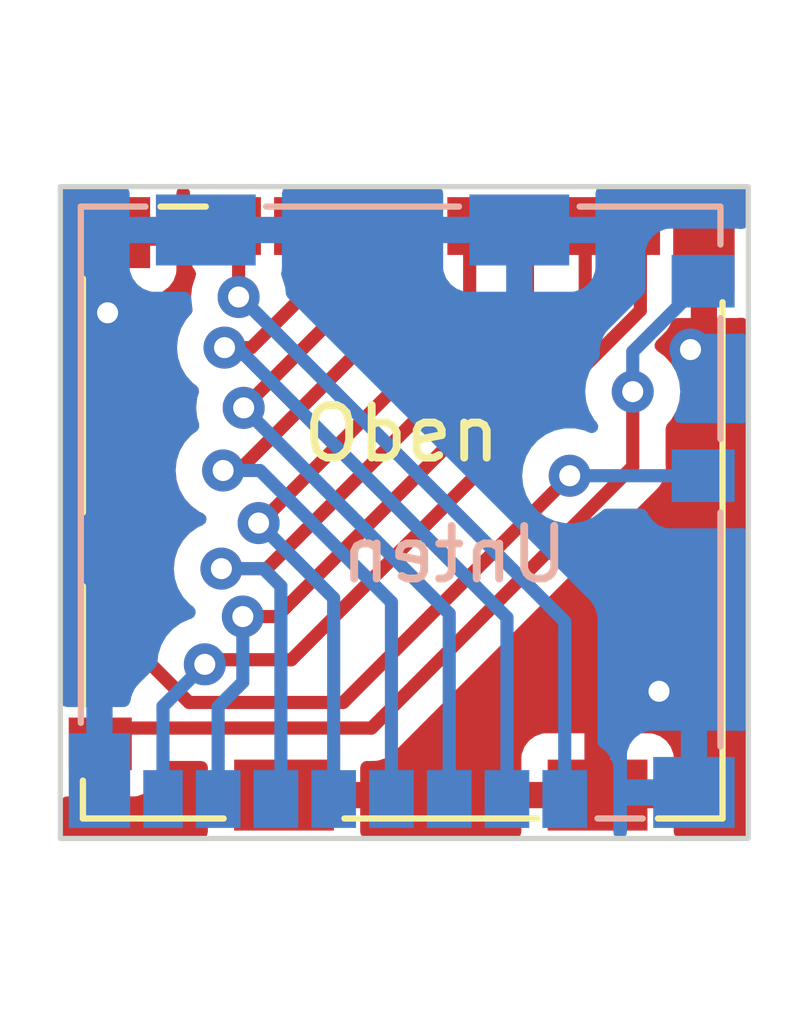
<source format=kicad_pcb>
(kicad_pcb (version 20221018) (generator pcbnew)
  (layers (0 "F.Cu" signal) (31 "B.Cu" signal) (34 "B.Paste" user) (35 "F.Paste" user) (36 "B.SilkS" user "B.Silkscreen") (37 "F.SilkS" user "F.Silkscreen") (38 "B.Mask" user) (39 "F.Mask" user) (44 "Edge.Cuts" user))
  (net 0 "")
  (net 1 "Net-(J1-DAT2)")
  (net 2 "Net-(J1-DAT3{slash}CD)")
  (net 3 "Net-(J1-CMD)")
  (net 4 "Net-(J1-VDD)")
  (net 5 "Net-(J1-CLK)")
  (net 6 "Net-(J1-VSS)")
  (net 7 "Net-(J1-DAT0)")
  (net 8 "Net-(J1-DAT1)")
  (net 9 "Net-(J1-DET_B)")
  (net 10 "Net-(J1-DET_A)")
  (net 11 "Net-(J1-SHIELD)")
  (footprint "Connector_Card:microSD_HC_Molex_104031-0811" (layer "F.Cu") (at 175 70)
    (fp_text reference "Oben" (at 0 -1.5) (layer "F.SilkS"))
    (fp_text value "Micro_SD_Card_Det2")
    (fp_line (start -6.07 -4.45) (end -6.07 0) (stroke (width 0.12)) (layer "F.SilkS"))
    (fp_line (start -6.07 1.4) (end -6.07 3.7) (stroke (width 0.12)) (layer "F.SilkS"))
    (fp_line (start -6.07 5.1) (end -6.07 5.82) (stroke (width 0.12)) (layer "F.SilkS"))
    (fp_line (start -6.07 5.82) (end -3.39 5.82) (stroke (width 0.12)) (layer "F.SilkS"))
    (fp_line (start -4.59 -5.82) (end -3.73 -5.82) (stroke (width 0.12)) (layer "F.SilkS"))
    (fp_line (start -1.09 5.82) (end 2.58 5.82) (stroke (width 0.12)) (layer "F.SilkS"))
    (fp_line (start 4.88 5.82) (end 6.11 5.82) (stroke (width 0.12)) (layer "F.SilkS"))
    (fp_line (start 6.11 5.82) (end 6.11 -4) (stroke (width 0.12)) (layer "F.SilkS"))
    (pad "1" smd rect locked (at -3.105 -5.45) (size 0.85 1.1) (layers "F.Cu" "F.Paste" "F.Mask") (net 1 "Net-(J1-DAT2)"))
    (pad "2" smd rect locked (at -2.005 -5.45) (size 0.85 1.1) (layers "F.Cu" "F.Paste" "F.Mask") (net 2 "Net-(J1-DAT3{slash}CD)"))
    (pad "3" smd rect locked (at -0.905 -5.45) (size 0.85 1.1) (layers "F.Cu" "F.Paste" "F.Mask") (net 3 "Net-(J1-CMD)"))
    (pad "4" smd rect locked (at 0.195 -5.45) (size 0.85 1.1) (layers "F.Cu" "F.Paste" "F.Mask") (net 4 "Net-(J1-VDD)"))
    (pad "5" smd rect locked (at 1.295 -5.45) (size 0.85 1.1) (layers "F.Cu" "F.Paste" "F.Mask") (net 5 "Net-(J1-CLK)"))
    (pad "6" smd rect locked (at 2.395 -5.45) (size 0.85 1.1) (layers "F.Cu" "F.Paste" "F.Mask") (net 6 "Net-(J1-VSS)"))
    (pad "7" smd rect locked (at 3.495 -5.45) (size 0.85 1.1) (layers "F.Cu" "F.Paste" "F.Mask") (net 7 "Net-(J1-DAT0)"))
    (pad "8" smd rect locked (at 4.545 -5.45) (size 0.75 1.1) (layers "F.Cu" "F.Paste" "F.Mask") (net 8 "Net-(J1-DAT1)"))
    (pad "9" smd rect locked (at -5.74 0.7) (size 1.2 1) (layers "F.Cu" "F.Paste" "F.Mask") (net 9 "Net-(J1-DET_B)"))
    (pad "10" smd rect locked (at -5.74 4.4) (size 1.2 1) (layers "F.Cu" "F.Paste" "F.Mask") (net 10 "Net-(J1-DET_A)"))
    (pad "11" smd rect locked (at -5.565 -5.325) (size 1.55 1.35) (layers "F.Cu" "F.Paste" "F.Mask") (net 11 "Net-(J1-SHIELD)"))
    (pad "11" smd rect locked (at -2.24 5.375) (size 1.9 1.35) (layers "F.Cu" "F.Paste" "F.Mask") (net 11 "Net-(J1-SHIELD)"))
    (pad "11" smd rect locked (at 3.73 5.375) (size 1.9 1.35) (layers "F.Cu" "F.Paste" "F.Mask") (net 11 "Net-(J1-SHIELD)"))
    (pad "11" smd rect locked (at 5.755 -5.1) (size 1.17 1.8) (layers "F.Cu" "F.Paste" "F.Mask") (net 11 "Net-(J1-SHIELD)"))
  )
  (footprint "Baer_Footprints:microSD_HC_Molex_104031-0811_MIRRORED" (layer "B.Cu") (at 175 70)
    (fp_text reference "Unten" (at 1 0.8) (layer "B.SilkS") (effects (justify mirror)))
    (fp_text value "Micro_SD_Card_Det2")
    (fp_line (start -6.11 -5.82) (end -6.11 4) (stroke (width 0.12)) (layer "B.SilkS"))
    (fp_line (start -4.88 -5.82) (end -6.11 -5.82) (stroke (width 0.12)) (layer "B.SilkS"))
    (fp_line (start 1.09 -5.82) (end -2.58 -5.82) (stroke (width 0.12)) (layer "B.SilkS"))
    (fp_line (start 4.59 5.82) (end 3.73 5.82) (stroke (width 0.12)) (layer "B.SilkS"))
    (fp_line (start 6.07 -5.82) (end 3.39 -5.82) (stroke (width 0.12)) (layer "B.SilkS"))
    (fp_line (start 6.07 -5.1) (end 6.07 -5.82) (stroke (width 0.12)) (layer "B.SilkS"))
    (fp_line (start 6.07 -1.4) (end 6.07 -3.7) (stroke (width 0.12)) (layer "B.SilkS"))
    (fp_line (start 6.07 4.45) (end 6.07 0) (stroke (width 0.12)) (layer "B.SilkS"))
    (pad "1" smd rect locked (at 3.105 5.45) (size 0.85 1.1) (layers "B.Cu" "B.Paste" "B.Mask") (net 1 "Net-(J1-DAT2)"))
    (pad "2" smd rect locked (at 2.005 5.45) (size 0.85 1.1) (layers "B.Cu" "B.Paste" "B.Mask") (net 2 "Net-(J1-DAT3{slash}CD)"))
    (pad "3" smd rect locked (at 0.905 5.45) (size 0.85 1.1) (layers "B.Cu" "B.Paste" "B.Mask") (net 3 "Net-(J1-CMD)"))
    (pad "4" smd rect locked (at -0.195 5.45) (size 0.85 1.1) (layers "B.Cu" "B.Paste" "B.Mask") (net 4 "Net-(J1-VDD)"))
    (pad "5" smd rect locked (at -1.295 5.45) (size 0.85 1.1) (layers "B.Cu" "B.Paste" "B.Mask") (net 5 "Net-(J1-CLK)"))
    (pad "6" smd rect locked (at -2.395 5.45) (size 0.85 1.1) (layers "B.Cu" "B.Paste" "B.Mask") (net 6 "Net-(J1-VSS)"))
    (pad "7" smd rect locked (at -3.495 5.45) (size 0.85 1.1) (layers "B.Cu" "B.Paste" "B.Mask") (net 7 "Net-(J1-DAT0)"))
    (pad "8" smd rect locked (at -4.545 5.45) (size 0.75 1.1) (layers "B.Cu" "B.Paste" "B.Mask") (net 8 "Net-(J1-DAT1)"))
    (pad "9" smd rect locked (at 5.74 -0.7) (size 1.2 1) (layers "B.Cu" "B.Paste" "B.Mask") (net 9 "Net-(J1-DET_B)"))
    (pad "10" smd rect locked (at 5.74 -4.4) (size 1.2 1) (layers "B.Cu" "B.Paste" "B.Mask") (net 10 "Net-(J1-DET_A)"))
    (pad "11" smd rect locked (at -5.755 5.1) (size 1.17 1.8) (layers "B.Cu" "B.Paste" "B.Mask") (net 11 "Net-(J1-SHIELD)"))
    (pad "11" smd rect locked (at -3.73 -5.375) (size 1.9 1.35) (layers "B.Cu" "B.Paste" "B.Mask") (net 11 "Net-(J1-SHIELD)"))
    (pad "11" smd rect locked (at 2.24 -5.375) (size 1.9 1.35) (layers "B.Cu" "B.Paste" "B.Mask") (net 11 "Net-(J1-SHIELD)"))
    (pad "11" smd rect locked (at 5.565 5.325) (size 1.55 1.35) (layers "B.Cu" "B.Paste" "B.Mask") (net 11 "Net-(J1-SHIELD)"))
  )
  (gr_rect (start 168.5 63.8) (end 181.6 76.2) (stroke (width 0.1)) (fill none) (layer "Edge.Cuts"))
  (segment (start 171.895 65.9) (end 171.895 64.55) (width 0.25) (layer "F.Cu") (net 1))
  (via (at 171.895 65.9) (size 0.8) (drill 0.4) (layers "F.Cu" "B.Cu") (net 1))
  (segment (start 171.895 65.9) (end 171.931589 65.9) (width 0.25) (layer "B.Cu") (net 1))
  (segment (start 178.105 72.073411) (end 178.105 75.45) (width 0.25) (layer "B.Cu") (net 1))
  (segment (start 171.931589 65.9) (end 178.105 72.073411) (width 0.25) (layer "B.Cu") (net 1))
  (segment (start 171.62678 66.862841) (end 172.137159 66.862841) (width 0.25) (layer "F.Cu") (net 2))
  (segment (start 172.137159 66.862841) (end 172.995 66.005) (width 0.25) (layer "F.Cu") (net 2))
  (segment (start 172.995 66.005) (end 172.995 64.55) (width 0.25) (layer "F.Cu") (net 2))
  (via (at 171.62678 66.862841) (size 0.8) (drill 0.4) (layers "F.Cu" "B.Cu") (net 2))
  (segment (start 177.005 71.99801) (end 177.005 75.45) (width 0.25) (layer "B.Cu") (net 2))
  (segment (start 171.62678 66.862841) (end 171.869831 66.862841) (width 0.25) (layer "B.Cu") (net 2))
  (segment (start 171.869831 66.862841) (end 177.005 71.99801) (width 0.25) (layer "B.Cu") (net 2))
  (segment (start 171.991196 68.008804) (end 174.095 65.905) (width 0.25) (layer "F.Cu") (net 3))
  (segment (start 174.095 65.905) (end 174.095 64.55) (width 0.25) (layer "F.Cu") (net 3))
  (via (at 171.991196 68.008804) (size 0.8) (drill 0.4) (layers "F.Cu" "B.Cu") (net 3))
  (segment (start 171.991196 68.008804) (end 175.905 71.922608) (width 0.25) (layer "B.Cu") (net 3))
  (segment (start 175.905 71.922608) (end 175.905 75.45) (width 0.25) (layer "B.Cu") (net 3))
  (segment (start 171.6 69.2) (end 171.9 69.2) (width 0.25) (layer "F.Cu") (net 4))
  (segment (start 175.195 65.905) (end 175.195 64.55) (width 0.25) (layer "F.Cu") (net 4))
  (segment (start 171.9 69.2) (end 175.195 65.905) (width 0.25) (layer "F.Cu") (net 4))
  (via (at 171.6 69.2) (size 0.8) (drill 0.4) (layers "F.Cu" "B.Cu") (net 4))
  (segment (start 172.3 69.2) (end 174.805 71.705) (width 0.25) (layer "B.Cu") (net 4))
  (segment (start 171.6 69.2) (end 172.3 69.2) (width 0.25) (layer "B.Cu") (net 4))
  (segment (start 174.805 71.705) (end 174.805 75.45) (width 0.25) (layer "B.Cu") (net 4))
  (segment (start 176.295 66.205) (end 176.295 64.55) (width 0.25) (layer "F.Cu") (net 5))
  (segment (start 172.275402 70.2) (end 172.3 70.2) (width 0.25) (layer "F.Cu") (net 5))
  (segment (start 172.3 70.2) (end 176.295 66.205) (width 0.25) (layer "F.Cu") (net 5))
  (via (at 172.275402 70.2) (size 0.8) (drill 0.4) (layers "F.Cu" "B.Cu") (net 5))
  (segment (start 173.705 71.629598) (end 173.705 75.45) (width 0.25) (layer "B.Cu") (net 5))
  (segment (start 172.275402 70.2) (end 173.705 71.629598) (width 0.25) (layer "B.Cu") (net 5))
  (segment (start 171.566792 71.067091) (end 172.432909 71.067091) (width 0.25) (layer "F.Cu") (net 6))
  (segment (start 177.395 66.105) (end 177.395 64.55) (width 0.25) (layer "F.Cu") (net 6))
  (segment (start 172.432909 71.067091) (end 177.395 66.105) (width 0.25) (layer "F.Cu") (net 6))
  (via (at 171.566792 71.067091) (size 0.8) (drill 0.4) (layers "F.Cu" "B.Cu") (net 6))
  (segment (start 172.7 75.355) (end 172.605 75.45) (width 0.25) (layer "B.Cu") (net 6))
  (segment (start 172.367091 71.067091) (end 172.7 71.4) (width 0.25) (layer "B.Cu") (net 6))
  (segment (start 171.566792 71.067091) (end 172.367091 71.067091) (width 0.25) (layer "B.Cu") (net 6))
  (segment (start 172.7 71.4) (end 172.7 75.355) (width 0.25) (layer "B.Cu") (net 6))
  (segment (start 172.621164 71.978836) (end 178.495 66.105) (width 0.25) (layer "F.Cu") (net 7))
  (segment (start 171.9755 71.978836) (end 172.621164 71.978836) (width 0.25) (layer "F.Cu") (net 7))
  (segment (start 178.495 66.105) (end 178.495 64.55) (width 0.25) (layer "F.Cu") (net 7))
  (via (at 171.9755 71.978836) (size 0.8) (drill 0.4) (layers "F.Cu" "B.Cu") (net 7))
  (segment (start 171.505 73.695) (end 171.505 75.45) (width 0.25) (layer "B.Cu") (net 7))
  (segment (start 171.9755 71.978836) (end 171.9755 73.2245) (width 0.25) (layer "B.Cu") (net 7))
  (segment (start 171.9755 73.2245) (end 171.505 73.695) (width 0.25) (layer "B.Cu") (net 7))
  (segment (start 171.338701 72.8) (end 172.9 72.8) (width 0.25) (layer "F.Cu") (net 8))
  (segment (start 179.545 66.155) (end 179.545 64.55) (width 0.25) (layer "F.Cu") (net 8))
  (segment (start 171.251 72.887701) (end 171.338701 72.8) (width 0.25) (layer "F.Cu") (net 8))
  (segment (start 172.9 72.8) (end 179.545 66.155) (width 0.25) (layer "F.Cu") (net 8))
  (via (at 171.251 72.887701) (size 0.8) (drill 0.4) (layers "F.Cu" "B.Cu") (net 8))
  (segment (start 170.455 73.683701) (end 170.455 75.45) (width 0.25) (layer "B.Cu") (net 8))
  (segment (start 171.251 72.887701) (end 170.455 73.683701) (width 0.25) (layer "B.Cu") (net 8))
  (segment (start 173.887299 73.612701) (end 178.2 69.3) (width 0.25) (layer "F.Cu") (net 9))
  (segment (start 169.837994 72.5) (end 170.950695 73.612701) (width 0.25) (layer "F.Cu") (net 9))
  (segment (start 170.950695 73.612701) (end 173.887299 73.612701) (width 0.25) (layer "F.Cu") (net 9))
  (segment (start 169.837994 71.277994) (end 169.837994 72.5) (width 0.25) (layer "F.Cu") (net 9))
  (segment (start 169.26 70.7) (end 169.837994 71.277994) (width 0.25) (layer "F.Cu") (net 9))
  (via (at 178.2 69.3) (size 0.8) (drill 0.4) (layers "F.Cu" "B.Cu") (net 9))
  (segment (start 178.2 69.3) (end 180.74 69.3) (width 0.25) (layer "B.Cu") (net 9))
  (segment (start 174.4 74.1) (end 174.425305 74.1) (width 0.25) (layer "F.Cu") (net 10))
  (segment (start 179.4 69.125305) (end 179.4 67.7) (width 0.25) (layer "F.Cu") (net 10))
  (segment (start 169.56 74.1) (end 174.4 74.1) (width 0.25) (layer "F.Cu") (net 10))
  (segment (start 169.26 74.4) (end 169.56 74.1) (width 0.25) (layer "F.Cu") (net 10))
  (segment (start 174.425305 74.1) (end 179.4 69.125305) (width 0.25) (layer "F.Cu") (net 10))
  (via (at 179.4 67.7) (size 0.8) (drill 0.4) (layers "F.Cu" "B.Cu") (net 10))
  (segment (start 179.4 67.7) (end 179.4 66.94) (width 0.25) (layer "B.Cu") (net 10))
  (segment (start 179.4 66.94) (end 180.74 65.6) (width 0.25) (layer "B.Cu") (net 10))
  (segment (start 178.73 74.57) (end 179.9 73.4) (width 0.25) (layer "F.Cu") (net 11))
  (segment (start 169.435 66.165) (end 169.4 66.2) (width 0.25) (layer "F.Cu") (net 11))
  (segment (start 180.755 66.645) (end 180.5 66.9) (width 0.25) (layer "F.Cu") (net 11))
  (segment (start 178.73 75.375) (end 178.73 74.57) (width 0.25) (layer "F.Cu") (net 11))
  (segment (start 180.755 64.9) (end 180.755 66.645) (width 0.25) (layer "F.Cu") (net 11))
  (segment (start 169.435 64.675) (end 169.435 66.165) (width 0.25) (layer "F.Cu") (net 11))
  (via (at 180.5 66.9) (size 0.8) (drill 0.4) (layers "F.Cu" "B.Cu") (net 11))
  (via (at 179.9 73.4) (size 0.8) (drill 0.4) (layers "F.Cu" "B.Cu") (net 11))
  (via (at 169.4 66.2) (size 0.8) (drill 0.4) (layers "F.Cu" "B.Cu") (net 11))
  (zone (net 11) (net_name "Net-(J1-SHIELD)") (layers "F&B.Cu") (connect_pads (clearance 0.5)) (min_thickness 0.25) (fill yes (thermal_gap 0.5) (thermal_bridge_width 0.5))
    (polygon (pts (xy 181.6 63.8) (xy 168.5 63.8) (xy 168.5 76.2) (xy 181.6 76.2)))
  )
)
</source>
